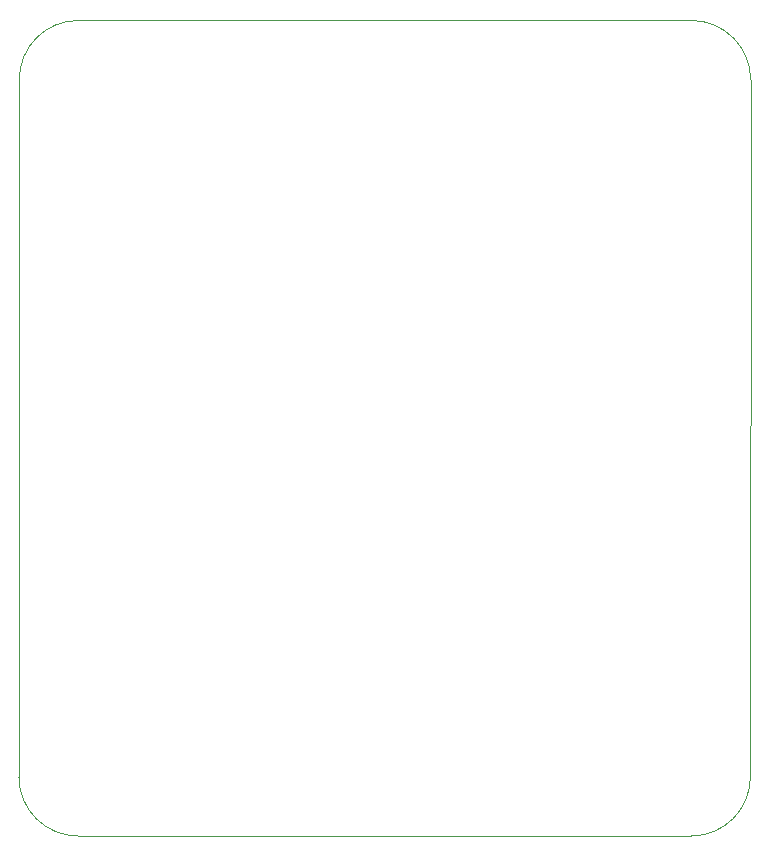
<source format=gbr>
%TF.GenerationSoftware,KiCad,Pcbnew,7.0.9*%
%TF.CreationDate,2024-01-03T10:23:19+05:30*%
%TF.ProjectId,RnD_6th_sem,526e445f-3674-4685-9f73-656d2e6b6963,rev?*%
%TF.SameCoordinates,Original*%
%TF.FileFunction,Profile,NP*%
%FSLAX46Y46*%
G04 Gerber Fmt 4.6, Leading zero omitted, Abs format (unit mm)*
G04 Created by KiCad (PCBNEW 7.0.9) date 2024-01-03 10:23:19*
%MOMM*%
%LPD*%
G01*
G04 APERTURE LIST*
%TA.AperFunction,Profile*%
%ADD10C,0.100000*%
%TD*%
G04 APERTURE END LIST*
D10*
X167780000Y-111810000D02*
X167808932Y-52774466D01*
X110880000Y-47760000D02*
X162794466Y-47760000D01*
X105880000Y-52760000D02*
X105851068Y-111810000D01*
X105851000Y-111810000D02*
G75*
G03*
X110851068Y-116810000I5000000J0D01*
G01*
X110880000Y-47760000D02*
G75*
G03*
X105880000Y-52760000I0J-5000000D01*
G01*
X110851068Y-116810000D02*
X162780000Y-116810000D01*
X162780000Y-116810000D02*
G75*
G03*
X167780000Y-111810000I0J5000000D01*
G01*
X167808899Y-52774466D02*
G75*
G03*
X162794466Y-47760001I-5028899J-14434D01*
G01*
M02*

</source>
